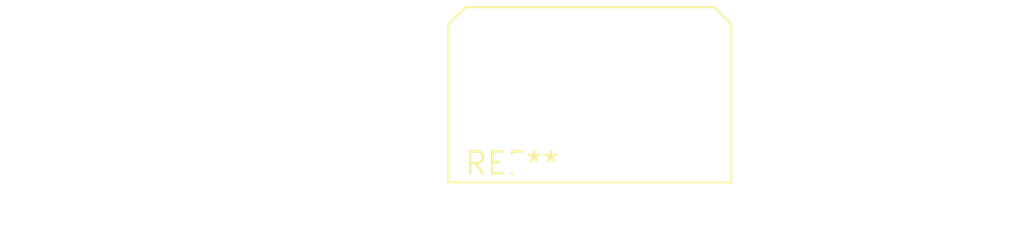
<source format=kicad_pcb>
(kicad_pcb (version 20240108) (generator pcbnew)
  (layers (0 "F.Cu" signal) (31 "B.Cu" signal) (34 "B.Paste" user) (35 "F.Paste" user) (36 "B.SilkS" user "B.Silkscreen") (37 "F.SilkS" user "F.Silkscreen") (38 "B.Mask" user) (39 "F.Mask" user) (44 "Edge.Cuts" user))
  (net 0 "")
  (footprint "Molex_Micro-Fit_3.0_43045-0800_2x04_P3.00mm_Horizontal" (layer "F.Cu") (at 0 0)
    (property "Reference" "REF**")
    (property "Value" "Molex_Micro-Fit_3.0_43045-0800_2x04_P3.00mm_Horizontal")
    (fp_line (start -3.685 -8.03) (end -2.685 -9.03) (layer "F.SilkS") (stroke (width 0.12)))
    (fp_line (start -3.685 1.1) (end -3.685 -8.03) (layer "F.SilkS") (stroke (width 0.12)))
    (fp_line (start -2.685 -9.03) (end 11.685 -9.03) (layer "F.SilkS") (stroke (width 0.12)))
    (fp_line (start 11.685 -9.03) (end 12.685 -8.03) (layer "F.SilkS") (stroke (width 0.12)))
    (fp_line (start 12.685 -8.03) (end 12.685 1.1) (layer "F.SilkS") (stroke (width 0.12)))
    (fp_line (start 12.685 1.1) (end -3.685 1.1) (layer "F.SilkS") (stroke (width 0.12)))
    (pad "" np_thru_hole circle (at 2.16 -4.32) (size 3 3) (drill 3) (layers *.Cu *.Mask))
    (pad "" np_thru_hole circle (at 6.86 -4.32) (size 3 3) (drill 3) (layers *.Cu *.Mask))
    (pad "1" thru_hole roundrect (at 0 0) (size 1.5 1.5) (drill 1.02) (layers *.Cu *.Mask) (remove_unused_layers) (roundrect_rratio 0.166667))
    (pad "2" thru_hole circle (at 3 0) (size 1.5 1.5) (drill 1.02) (layers *.Cu *.Mask) (remove_unused_layers))
    (pad "3" thru_hole circle (at 6 0) (size 1.5 1.5) (drill 1.02) (layers *.Cu *.Mask) (remove_unused_layers))
    (pad "4" thru_hole circle (at 9 0) (size 1.5 1.5) (drill 1.02) (layers *.Cu *.Mask) (remove_unused_layers))
    (pad "5" thru_hole circle (at 0 3) (size 1.5 1.5) (drill 1.02) (layers *.Cu *.Mask) (remove_unused_layers))
    (pad "6" thru_hole circle (at 3 3) (size 1.5 1.5) (drill 1.02) (layers *.Cu *.Mask) (remove_unused_layers))
    (pad "7" thru_hole circle (at 6 3) (size 1.5 1.5) (drill 1.02) (layers *.Cu *.Mask) (remove_unused_layers))
    (pad "8" thru_hole circle (at 9 3) (size 1.5 1.5) (drill 1.02) (layers *.Cu *.Mask) (remove_unused_layers))
  )
)
</source>
